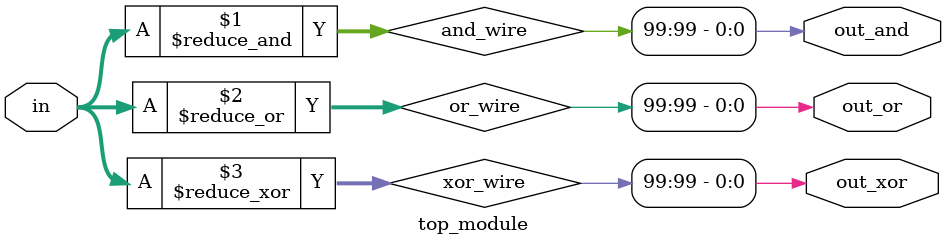
<source format=sv>
module top_module (
    input [99:0] in,
    output out_and,
    output out_or,
    output out_xor
);
    wire [99:0] and_wire;
    wire [99:0] or_wire;
    wire [99:0] xor_wire;
    
    assign out_and = and_wire[99];
    assign out_or = or_wire[99];
    assign out_xor = xor_wire[99];
    
    assign and_wire = &in;
    assign or_wire = |in;
    assign xor_wire = ^in;
endmodule

</source>
